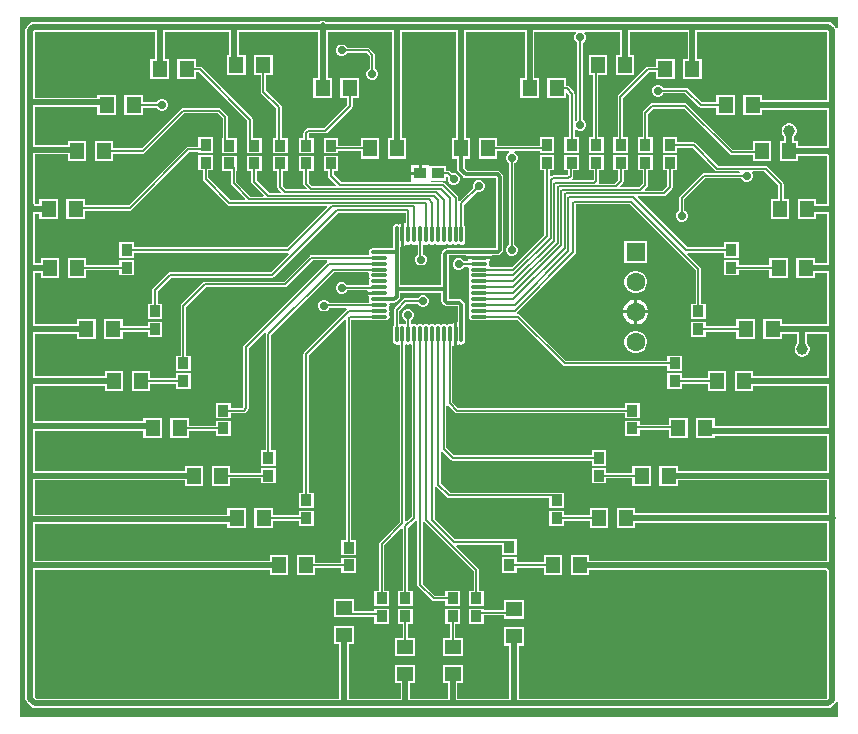
<source format=gtl>
G04*
G04 #@! TF.GenerationSoftware,Altium Limited,Altium Designer,21.9.2 (33)*
G04*
G04 Layer_Physical_Order=1*
G04 Layer_Color=255*
%FSLAX25Y25*%
%MOIN*%
G70*
G04*
G04 #@! TF.SameCoordinates,C4A799FB-7654-48D4-A5E1-033C702218DC*
G04*
G04*
G04 #@! TF.FilePolarity,Positive*
G04*
G01*
G75*
%ADD14C,0.00591*%
%ADD25R,0.05000X0.05500*%
%ADD26R,0.03740X0.03937*%
%ADD27R,0.03937X0.03740*%
%ADD28R,0.05500X0.05000*%
%ADD29O,0.05709X0.01181*%
%ADD30O,0.01181X0.05709*%
%ADD31C,0.01968*%
%ADD32C,0.01181*%
%ADD33C,0.06299*%
%ADD34R,0.06299X0.06299*%
%ADD35C,0.02756*%
%ADD36C,0.03937*%
G36*
X136190Y113014D02*
X135967Y112940D01*
X135690Y112931D01*
X135387Y113384D01*
X135387Y113384D01*
X134234Y114537D01*
X133713Y114885D01*
X133099Y115007D01*
X133099Y115007D01*
X-34311D01*
X-34819Y115346D01*
X-35433Y115468D01*
X-36048Y115346D01*
X-36555Y115007D01*
X-131863D01*
X-132477Y114885D01*
X-132998Y114537D01*
X-132998Y114537D01*
X-134151Y113384D01*
X-134499Y112863D01*
X-134621Y112248D01*
X-134621Y112248D01*
Y-4724D01*
Y-19685D01*
Y-36559D01*
X-134621Y-36559D01*
X-134621Y-36559D01*
Y-50787D01*
Y-65803D01*
X-134621Y-65803D01*
X-134621Y-65803D01*
Y-110535D01*
X-134621Y-110535D01*
X-134499Y-111150D01*
X-134151Y-111670D01*
X-132537Y-113285D01*
X-132537Y-113285D01*
X-132016Y-113633D01*
X-131401Y-113755D01*
X-131401Y-113755D01*
X28008D01*
X28008Y-113755D01*
X28008Y-113755D01*
X133099D01*
X133099Y-113755D01*
X133713Y-113633D01*
X134234Y-113285D01*
X135387Y-112132D01*
X135387Y-112132D01*
X135690Y-111679D01*
X135967Y-111688D01*
X136190Y-111762D01*
Y-116505D01*
X-136190D01*
Y116505D01*
X136190D01*
Y113014D01*
D02*
G37*
G36*
X132646Y111583D02*
Y89007D01*
X110965D01*
Y90742D01*
X104783D01*
Y84061D01*
X110965D01*
Y85796D01*
X132646D01*
Y73653D01*
X123114D01*
Y75388D01*
X121629D01*
Y76680D01*
X121650Y76692D01*
X122126Y77169D01*
X122463Y77752D01*
X122638Y78403D01*
Y79077D01*
X122463Y79728D01*
X122126Y80312D01*
X121650Y80788D01*
X121066Y81125D01*
X120416Y81299D01*
X119742D01*
X119091Y81125D01*
X118507Y80788D01*
X118031Y80312D01*
X117694Y79728D01*
X117520Y79077D01*
Y78403D01*
X117694Y77752D01*
X118031Y77169D01*
X118418Y76782D01*
Y75388D01*
X116933D01*
Y68707D01*
X123114D01*
Y70442D01*
X132444D01*
X132646Y70306D01*
Y54362D01*
X129020D01*
Y56097D01*
X122839D01*
Y49415D01*
X129020D01*
Y51150D01*
X132646D01*
Y34677D01*
X128626D01*
Y36411D01*
X122445D01*
Y29730D01*
X128626D01*
Y31465D01*
X132646D01*
Y14204D01*
X117602D01*
Y15939D01*
X111421D01*
Y9258D01*
X117602D01*
Y10993D01*
X122804D01*
Y7919D01*
X122362Y7477D01*
X122025Y6893D01*
X121850Y6242D01*
Y5569D01*
X122025Y4918D01*
X122362Y4334D01*
X122838Y3858D01*
X123422Y3521D01*
X124073Y3347D01*
X124746D01*
X125397Y3521D01*
X125981Y3858D01*
X126457Y4334D01*
X126794Y4918D01*
X126969Y5569D01*
Y6242D01*
X126794Y6893D01*
X126457Y7477D01*
X126015Y7919D01*
Y10993D01*
X132646D01*
Y-3119D01*
X108153D01*
Y-1384D01*
X101972D01*
Y-8065D01*
X108153D01*
Y-6330D01*
X132646D01*
Y-19654D01*
X95216D01*
Y-17132D01*
X89035D01*
Y-23813D01*
X95216D01*
Y-22865D01*
X132646D01*
Y-34615D01*
X82957D01*
Y-32880D01*
X76775D01*
Y-39561D01*
X82957D01*
Y-37826D01*
X132646D01*
Y-48788D01*
X68783D01*
Y-47053D01*
X62602D01*
Y-53734D01*
X68783D01*
Y-51999D01*
X132646D01*
Y-64536D01*
X53484D01*
Y-62801D01*
X47303D01*
Y-69482D01*
X53484D01*
Y-67747D01*
X132406D01*
X132646Y-67988D01*
Y-110331D01*
X132434Y-110544D01*
X29952D01*
Y-92854D01*
X31687D01*
Y-86673D01*
X25006D01*
Y-92854D01*
X26741D01*
Y-110544D01*
X9480D01*
Y-105453D01*
X11215D01*
Y-99272D01*
X4534D01*
Y-105453D01*
X6268D01*
Y-110544D01*
X-6268D01*
Y-105453D01*
X-4534D01*
Y-99272D01*
X-11215D01*
Y-105453D01*
X-9480D01*
Y-110544D01*
X-26741D01*
Y-92405D01*
X-25006D01*
Y-86224D01*
X-31687D01*
Y-92405D01*
X-29952D01*
Y-110544D01*
X-130736D01*
X-131410Y-109870D01*
Y-67747D01*
X-53035D01*
Y-69482D01*
X-46854D01*
Y-62801D01*
X-53035D01*
Y-64536D01*
X-131410D01*
Y-52393D01*
X-67209D01*
Y-53734D01*
X-61027D01*
Y-47053D01*
X-67209D01*
Y-49182D01*
X-131410D01*
Y-37826D01*
X-81382D01*
Y-39561D01*
X-75201D01*
Y-32880D01*
X-81382D01*
Y-34615D01*
X-131410D01*
Y-21291D01*
X-95216D01*
Y-23813D01*
X-89035D01*
Y-17132D01*
X-95216D01*
Y-18079D01*
X-131410D01*
Y-6330D01*
X-108153D01*
Y-8065D01*
X-101972D01*
Y-1384D01*
X-108153D01*
Y-3119D01*
X-131410D01*
Y10993D01*
X-117264D01*
Y9258D01*
X-111083D01*
Y15939D01*
X-117264D01*
Y14204D01*
X-131410D01*
Y31465D01*
X-129469D01*
Y29730D01*
X-123287D01*
Y36411D01*
X-129469D01*
Y34677D01*
X-131410D01*
Y51150D01*
X-129862D01*
Y49415D01*
X-123681D01*
Y56097D01*
X-129862D01*
Y54362D01*
X-131225D01*
X-131410Y54547D01*
Y70835D01*
X-120358D01*
Y68707D01*
X-114177D01*
Y75388D01*
X-120358D01*
Y74047D01*
X-131410D01*
Y86583D01*
X-110571D01*
Y84061D01*
X-104390D01*
Y90742D01*
X-110571D01*
Y89795D01*
X-131410D01*
Y111583D01*
X-131198Y111796D01*
X-91369D01*
Y102553D01*
X-92854D01*
Y95872D01*
X-86673D01*
Y102553D01*
X-88158D01*
Y111796D01*
X-66566D01*
Y104128D01*
X-67264D01*
Y97447D01*
X-61083D01*
Y104128D01*
X-63355D01*
Y111796D01*
X-37039D01*
Y96254D01*
X-38524D01*
Y89573D01*
X-32342D01*
Y96254D01*
X-33827D01*
Y111796D01*
X-12291D01*
Y76175D01*
X-13776D01*
Y69494D01*
X-7594D01*
Y76175D01*
X-9079D01*
Y111796D01*
X8969D01*
Y76175D01*
X7594D01*
Y69494D01*
X9481D01*
Y65693D01*
X9481Y65693D01*
X9572Y65232D01*
X9833Y64841D01*
X11353Y63322D01*
X11353Y63322D01*
X11744Y63061D01*
X12205Y62969D01*
X22418D01*
Y39590D01*
X6007D01*
X6007Y39590D01*
X5546Y39498D01*
X5155Y39237D01*
X5155Y39237D01*
X4464Y38546D01*
X4202Y38155D01*
X4111Y37694D01*
X4111Y37694D01*
Y27189D01*
X-9623D01*
Y38976D01*
Y39971D01*
X-9358Y40177D01*
Y44193D01*
Y47979D01*
X-9479Y47955D01*
X-10005Y47603D01*
X-10132Y47413D01*
X-10366Y47569D01*
X-10827Y47661D01*
X-11287Y47569D01*
X-11678Y47308D01*
X-11939Y46918D01*
X-12031Y46457D01*
Y44193D01*
Y39590D01*
X-18898D01*
X-19358Y39498D01*
X-19749Y39237D01*
X-20010Y38847D01*
X-20102Y38386D01*
X-20010Y37925D01*
X-19940Y37821D01*
X-20208Y37321D01*
X-39173D01*
X-39173Y37321D01*
X-39519Y37252D01*
X-39812Y37056D01*
X-48406Y28462D01*
X-74803D01*
X-75149Y28394D01*
X-75442Y28198D01*
X-82528Y21111D01*
X-82724Y20818D01*
X-82793Y20472D01*
Y3740D01*
X-84350D01*
Y-1378D01*
X-79429D01*
Y3740D01*
X-80986D01*
Y20098D01*
X-74429Y26656D01*
X-48031D01*
X-47686Y26725D01*
X-47393Y26920D01*
X-38799Y35514D01*
X-34168D01*
X-34040Y35306D01*
X-33980Y35014D01*
X-61662Y7332D01*
X-61858Y7039D01*
X-61927Y6693D01*
Y-13405D01*
X-62185Y-13664D01*
X-66043D01*
Y-12008D01*
X-70964D01*
Y-17126D01*
X-66043D01*
Y-15470D01*
X-61811D01*
X-61465Y-15401D01*
X-61172Y-15206D01*
X-60385Y-14418D01*
X-60189Y-14125D01*
X-60120Y-13780D01*
Y6319D01*
X-54794Y11646D01*
X-54405Y11387D01*
X-54381Y11351D01*
X-54447Y11024D01*
Y-27756D01*
X-56004D01*
Y-32874D01*
X-51083D01*
Y-27756D01*
X-52640D01*
Y10650D01*
X-31712Y31577D01*
X-20208D01*
X-19940Y31077D01*
X-20010Y30973D01*
X-20102Y30512D01*
X-20010Y30051D01*
X-19904Y29893D01*
X-19791Y29528D01*
X-19904Y29163D01*
X-20010Y29004D01*
X-20102Y28543D01*
X-20010Y28082D01*
X-19904Y27924D01*
X-19884Y27860D01*
X-20113Y27380D01*
X-27418D01*
X-27465Y27493D01*
X-28019Y28047D01*
X-28742Y28346D01*
X-29525D01*
X-30249Y28047D01*
X-30803Y27493D01*
X-31102Y26770D01*
Y25986D01*
X-30803Y25263D01*
X-30249Y24709D01*
X-29525Y24409D01*
X-28742D01*
X-28019Y24709D01*
X-27465Y25263D01*
X-27336Y25573D01*
X-20720D01*
X-20446Y25106D01*
X-16634D01*
Y24106D01*
X-20420D01*
X-20396Y23986D01*
X-20044Y23460D01*
X-19854Y23332D01*
X-20010Y23099D01*
X-20102Y22638D01*
X-20010Y22177D01*
X-19904Y22018D01*
X-19884Y21954D01*
X-20113Y21474D01*
X-33324D01*
X-33371Y21587D01*
X-33924Y22141D01*
X-34648Y22441D01*
X-35431D01*
X-36154Y22141D01*
X-36708Y21587D01*
X-37008Y20864D01*
Y20081D01*
X-36708Y19357D01*
X-36154Y18804D01*
X-35431Y18504D01*
X-34648D01*
X-33924Y18804D01*
X-33371Y19357D01*
X-33242Y19668D01*
X-27592D01*
X-27385Y19168D01*
X-41583Y4969D01*
X-41779Y4676D01*
X-41848Y4331D01*
Y-41929D01*
X-43406D01*
Y-47047D01*
X-38484D01*
Y-41929D01*
X-40042D01*
Y3957D01*
X-28137Y15861D01*
X-27675Y15670D01*
Y-57677D01*
X-29232D01*
Y-62795D01*
X-24311D01*
Y-57677D01*
X-25868D01*
Y15829D01*
X-19672D01*
X-19358Y15620D01*
X-18898Y15528D01*
X-14370D01*
X-13909Y15620D01*
X-13519Y15881D01*
X-13258Y16272D01*
X-13166Y16732D01*
X-13258Y17193D01*
X-13363Y17352D01*
X-13477Y17717D01*
X-13363Y18081D01*
X-13258Y18240D01*
X-13166Y18701D01*
X-13258Y19162D01*
X-13363Y19320D01*
X-13477Y19685D01*
X-13363Y20050D01*
X-13258Y20209D01*
X-13166Y20669D01*
X-13218Y20933D01*
X-12905Y21433D01*
X-11614D01*
X-11614Y21433D01*
X-11153Y21525D01*
X-10763Y21786D01*
X-9975Y22574D01*
X-9975Y22574D01*
X-9714Y22964D01*
X-9623Y23425D01*
X-9623Y23425D01*
Y24780D01*
X4111D01*
Y22149D01*
X4111Y22149D01*
X4202Y21688D01*
X4464Y21297D01*
X5155Y20605D01*
X5155Y20605D01*
X5546Y20344D01*
X6007Y20252D01*
X6007Y20252D01*
X9541D01*
X9623Y20171D01*
Y15147D01*
X9358Y14941D01*
Y10925D01*
Y7139D01*
X9479Y7163D01*
X10005Y7515D01*
X10132Y7705D01*
X10366Y7549D01*
X10827Y7457D01*
X11287Y7549D01*
X11678Y7810D01*
X11939Y8201D01*
X12031Y8661D01*
Y13189D01*
Y20669D01*
X12031Y20669D01*
X11939Y21130D01*
X11678Y21521D01*
X11678Y21521D01*
X10891Y22308D01*
X10500Y22569D01*
X10040Y22661D01*
X10039Y22661D01*
X6519D01*
Y25984D01*
Y37182D01*
X12412D01*
X12618Y36917D01*
X16634D01*
X20650D01*
X20855Y37182D01*
X22930D01*
X22930Y37182D01*
X23391Y37273D01*
X23782Y37534D01*
X24474Y38226D01*
X24474Y38226D01*
X24735Y38617D01*
X24826Y39078D01*
X24826Y39078D01*
Y63481D01*
X24826Y63481D01*
X24735Y63942D01*
X24474Y64333D01*
X24474Y64333D01*
X23782Y65025D01*
X23391Y65286D01*
X22930Y65377D01*
X22930Y65377D01*
X12704D01*
X11889Y66192D01*
Y69494D01*
X13776D01*
Y76175D01*
X12180D01*
Y111796D01*
X31914D01*
Y96254D01*
X30429D01*
Y89573D01*
X36610D01*
Y96254D01*
X35125D01*
Y111796D01*
X48856D01*
X49063Y111296D01*
X48725Y110958D01*
X48425Y110234D01*
Y109451D01*
X48725Y108727D01*
X49279Y108174D01*
X49490Y108086D01*
Y82465D01*
X49279Y82377D01*
X49041Y82140D01*
X48541Y82347D01*
Y91146D01*
X48472Y91492D01*
X48276Y91785D01*
X48276Y91785D01*
X46510Y93552D01*
X46217Y93748D01*
X45871Y93817D01*
X45610D01*
Y96254D01*
X39429D01*
Y89573D01*
X45610D01*
Y91243D01*
X46072Y91435D01*
X46735Y90772D01*
Y76547D01*
X45099D01*
Y71429D01*
X50020D01*
Y76547D01*
X48541D01*
Y79070D01*
X49041Y79277D01*
X49279Y79040D01*
X50002Y78740D01*
X50785D01*
X51509Y79040D01*
X52062Y79594D01*
X52362Y80317D01*
Y81100D01*
X52062Y81824D01*
X51509Y82377D01*
X51297Y82465D01*
Y108086D01*
X51509Y108174D01*
X52062Y108727D01*
X52362Y109451D01*
Y110234D01*
X52062Y110958D01*
X51724Y111296D01*
X51931Y111796D01*
X63749D01*
Y104128D01*
X62264D01*
Y97447D01*
X68445D01*
Y104128D01*
X66960D01*
Y111796D01*
X86190D01*
Y102553D01*
X84705D01*
Y95872D01*
X90886D01*
Y102553D01*
X89401D01*
Y111796D01*
X132434D01*
X132646Y111583D01*
D02*
G37*
%LPC*%
G36*
X81886Y102553D02*
X75705D01*
Y100116D01*
X72835D01*
X72835Y100116D01*
X72489Y100047D01*
X72196Y99851D01*
X72196Y99851D01*
X63141Y90796D01*
X62945Y90503D01*
X62876Y90158D01*
Y76547D01*
X61476D01*
Y71429D01*
X66398D01*
Y76547D01*
X64683D01*
Y89783D01*
X73209Y98309D01*
X75705D01*
Y95872D01*
X81886D01*
Y102553D01*
D02*
G37*
G36*
X-28742Y107480D02*
X-29525D01*
X-30249Y107181D01*
X-30803Y106627D01*
X-31102Y105903D01*
Y105120D01*
X-30803Y104397D01*
X-30249Y103843D01*
X-29525Y103543D01*
X-28742D01*
X-28019Y103843D01*
X-27465Y104397D01*
X-27377Y104609D01*
X-20846D01*
X-19801Y103563D01*
Y99394D01*
X-20013Y99307D01*
X-20567Y98753D01*
X-20866Y98029D01*
Y97246D01*
X-20567Y96523D01*
X-20013Y95969D01*
X-19289Y95669D01*
X-18506D01*
X-17783Y95969D01*
X-17229Y96523D01*
X-16929Y97246D01*
Y98029D01*
X-17229Y98753D01*
X-17783Y99307D01*
X-17995Y99394D01*
Y103937D01*
X-18063Y104283D01*
X-18259Y104576D01*
X-19834Y106150D01*
X-20127Y106346D01*
X-20472Y106415D01*
X-27377D01*
X-27465Y106627D01*
X-28019Y107181D01*
X-28742Y107480D01*
D02*
G37*
G36*
X-95390Y90742D02*
X-101571D01*
Y84061D01*
X-95390D01*
Y86498D01*
X-90733D01*
X-90645Y86286D01*
X-90091Y85733D01*
X-89368Y85433D01*
X-88585D01*
X-87861Y85733D01*
X-87308Y86286D01*
X-87008Y87010D01*
Y87793D01*
X-87308Y88517D01*
X-87861Y89070D01*
X-88585Y89370D01*
X-89368D01*
X-90091Y89070D01*
X-90645Y88517D01*
X-90733Y88305D01*
X-95390D01*
Y90742D01*
D02*
G37*
G36*
X76770Y94095D02*
X75986D01*
X75263Y93795D01*
X74709Y93241D01*
X74410Y92518D01*
Y91734D01*
X74709Y91011D01*
X75263Y90457D01*
X75986Y90158D01*
X76770D01*
X77493Y90457D01*
X78047Y91011D01*
X78135Y91223D01*
X85453D01*
X89912Y86763D01*
X89912Y86763D01*
X90206Y86567D01*
X90551Y86498D01*
X95784D01*
Y84061D01*
X101965D01*
Y90742D01*
X95784D01*
Y88305D01*
X90925D01*
X86465Y92765D01*
X86172Y92960D01*
X85827Y93029D01*
X78135D01*
X78047Y93241D01*
X77493Y93795D01*
X76770Y94095D01*
D02*
G37*
G36*
X41831Y76547D02*
X36909D01*
Y73738D01*
X22776D01*
Y76175D01*
X16594D01*
Y69494D01*
X22776D01*
Y71931D01*
X26532D01*
X26631Y71431D01*
X26444Y71354D01*
X25890Y70800D01*
X25591Y70077D01*
Y69293D01*
X25890Y68570D01*
X26444Y68016D01*
X26656Y67928D01*
Y40733D01*
X26444Y40645D01*
X25890Y40091D01*
X25591Y39368D01*
Y38585D01*
X25890Y37861D01*
X26444Y37308D01*
X27167Y37008D01*
X27951D01*
X28674Y37308D01*
X29228Y37861D01*
X29528Y38585D01*
Y39368D01*
X29228Y40091D01*
X28674Y40645D01*
X28462Y40733D01*
Y67928D01*
X28674Y68016D01*
X29228Y68570D01*
X29528Y69293D01*
Y70077D01*
X29228Y70800D01*
X28674Y71354D01*
X28487Y71431D01*
X28586Y71931D01*
X36909D01*
Y71429D01*
X41831D01*
Y76547D01*
D02*
G37*
G36*
X-71949D02*
X-76870D01*
Y73422D01*
X-80237D01*
X-80237Y73422D01*
X-80582Y73353D01*
X-80875Y73158D01*
X-100124Y53909D01*
X-114681D01*
Y56097D01*
X-120862D01*
Y49415D01*
X-114681D01*
Y52103D01*
X-99750D01*
X-99404Y52171D01*
X-99111Y52367D01*
X-79863Y71616D01*
X-76870D01*
Y71429D01*
X-71949D01*
Y76547D01*
D02*
G37*
G36*
X59445Y104128D02*
X53264D01*
Y97447D01*
X54609D01*
Y76575D01*
X53288D01*
Y71457D01*
X58209D01*
Y76575D01*
X56415D01*
Y97447D01*
X59445D01*
Y104128D01*
D02*
G37*
G36*
X-23343Y96254D02*
X-29524D01*
Y89573D01*
X-27281D01*
Y87382D01*
X-35020Y79643D01*
X-40359D01*
X-40705Y79575D01*
X-40998Y79379D01*
X-41583Y78793D01*
X-41779Y78500D01*
X-41848Y78154D01*
Y76378D01*
X-43405D01*
Y71260D01*
X-38484D01*
Y76378D01*
X-40042D01*
Y77780D01*
X-39985Y77837D01*
X-34646D01*
X-34300Y77906D01*
X-34007Y78101D01*
X-25739Y86369D01*
X-25739Y86369D01*
X-25543Y86662D01*
X-25475Y87008D01*
Y89573D01*
X-23343D01*
Y96254D01*
D02*
G37*
G36*
X-52083Y104128D02*
X-58264D01*
Y97447D01*
X-56077D01*
Y91787D01*
X-56008Y91442D01*
X-55812Y91149D01*
X-50903Y86240D01*
Y76378D01*
X-52067D01*
Y71260D01*
X-47146D01*
Y76378D01*
X-49097D01*
Y86614D01*
X-49166Y86960D01*
X-49361Y87253D01*
X-54270Y92162D01*
Y97447D01*
X-52083D01*
Y104128D01*
D02*
G37*
G36*
X-77673Y102553D02*
X-83854D01*
Y95872D01*
X-77673D01*
Y98309D01*
X-76752D01*
X-60541Y82098D01*
Y76378D01*
X-60728D01*
Y71260D01*
X-55807D01*
Y76378D01*
X-58735D01*
Y82472D01*
X-58803Y82818D01*
X-58999Y83111D01*
X-75739Y99851D01*
X-76032Y100047D01*
X-76378Y100116D01*
X-77673D01*
Y102553D01*
D02*
G37*
G36*
X-70079Y86336D02*
X-81890D01*
X-82235Y86268D01*
X-82528Y86072D01*
X-95650Y72951D01*
X-105177D01*
Y75388D01*
X-111358D01*
Y68707D01*
X-105177D01*
Y71144D01*
X-95275D01*
X-94930Y71213D01*
X-94637Y71409D01*
X-81516Y84530D01*
X-70453D01*
X-68809Y82886D01*
Y76378D01*
X-68996D01*
Y71260D01*
X-64075D01*
Y76378D01*
X-67002D01*
Y83260D01*
X-67071Y83605D01*
X-67267Y83899D01*
X-69440Y86072D01*
X-69733Y86268D01*
X-70079Y86336D01*
D02*
G37*
G36*
X-30217Y76378D02*
X-35138D01*
Y71260D01*
X-30217D01*
Y71931D01*
X-22776D01*
Y69494D01*
X-16595D01*
Y76175D01*
X-22776D01*
Y73738D01*
X-30217D01*
Y76378D01*
D02*
G37*
G36*
X74410Y87911D02*
X74064Y87842D01*
X73771Y87647D01*
X71487Y85363D01*
X71292Y85070D01*
X71223Y84724D01*
Y76547D01*
X69665D01*
Y71429D01*
X74586D01*
Y76547D01*
X73029D01*
Y84350D01*
X74784Y86105D01*
X85059D01*
X100261Y70903D01*
X100554Y70707D01*
X100900Y70638D01*
X100900Y70638D01*
X107933D01*
Y68707D01*
X114114D01*
Y75388D01*
X107933D01*
Y72445D01*
X101274D01*
X86072Y87647D01*
X85779Y87842D01*
X85433Y87911D01*
X74410D01*
X74410Y87911D01*
D02*
G37*
G36*
X-3453Y67437D02*
X-5921D01*
Y65067D01*
X-3453D01*
Y67437D01*
D02*
G37*
G36*
X58209Y70669D02*
X53288D01*
Y65551D01*
X54845D01*
Y62421D01*
X54744Y62321D01*
X47769D01*
X47562Y62821D01*
X47883Y63141D01*
X48079Y63434D01*
X48147Y63779D01*
Y65523D01*
X50020D01*
Y70641D01*
X45099D01*
Y65523D01*
X46341D01*
Y64154D01*
X46083Y63895D01*
X41339D01*
X40993Y63827D01*
X40773Y63680D01*
X40273Y63824D01*
Y65523D01*
X41831D01*
Y70641D01*
X36909D01*
Y65523D01*
X38467D01*
Y44075D01*
X27775Y33384D01*
X20208D01*
X19940Y33884D01*
X20010Y33988D01*
X20102Y34449D01*
X20010Y34910D01*
X19854Y35143D01*
X20044Y35271D01*
X20396Y35797D01*
X20420Y35917D01*
X16634D01*
X12848D01*
X12872Y35797D01*
X12901Y35754D01*
X12633Y35254D01*
X11558D01*
X11511Y35367D01*
X10958Y35921D01*
X10234Y36220D01*
X9451D01*
X8727Y35921D01*
X8174Y35367D01*
X7874Y34644D01*
Y33860D01*
X8174Y33137D01*
X8727Y32583D01*
X9451Y32283D01*
X10234D01*
X10958Y32583D01*
X11511Y33137D01*
X11640Y33447D01*
X12994D01*
X13262Y32947D01*
X13258Y32941D01*
X13166Y32480D01*
X13258Y32019D01*
X13363Y31861D01*
X13477Y31496D01*
X13363Y31131D01*
X13258Y30973D01*
X13166Y30512D01*
X13258Y30051D01*
X13363Y29893D01*
X13477Y29528D01*
X13363Y29163D01*
X13258Y29004D01*
X13166Y28543D01*
X13258Y28082D01*
X13363Y27924D01*
X13477Y27559D01*
X13363Y27194D01*
X13258Y27036D01*
X13166Y26575D01*
X13258Y26114D01*
X13363Y25956D01*
X13477Y25591D01*
X13363Y25226D01*
X13258Y25067D01*
X13166Y24606D01*
X13258Y24146D01*
X13363Y23987D01*
X13477Y23622D01*
X13363Y23257D01*
X13258Y23099D01*
X13166Y22638D01*
X13258Y22177D01*
X13363Y22018D01*
X13477Y21654D01*
X13363Y21289D01*
X13258Y21130D01*
X13166Y20669D01*
X13258Y20209D01*
X13363Y20050D01*
X13477Y19685D01*
X13363Y19320D01*
X13258Y19162D01*
X13166Y18701D01*
X13258Y18240D01*
X13363Y18081D01*
X13477Y17717D01*
X13363Y17352D01*
X13258Y17193D01*
X13166Y16732D01*
X13258Y16272D01*
X13519Y15881D01*
X13909Y15620D01*
X14370Y15528D01*
X18898D01*
X19358Y15620D01*
X19672Y15829D01*
X29350D01*
X44637Y543D01*
X44930Y347D01*
X45276Y278D01*
X79429D01*
Y-1378D01*
X84350D01*
Y3740D01*
X79429D01*
Y2084D01*
X45650D01*
X30363Y17371D01*
X30070Y17567D01*
X29724Y17636D01*
X29443D01*
X29316Y17843D01*
X29255Y18135D01*
X48670Y37550D01*
X48670Y37550D01*
X48866Y37843D01*
X48935Y38189D01*
X48935Y38189D01*
Y54215D01*
X66949D01*
X88860Y32303D01*
Y21063D01*
X87303D01*
Y15945D01*
X92224D01*
Y21063D01*
X90667D01*
Y32677D01*
X90598Y33023D01*
X90402Y33316D01*
X86145Y37573D01*
X86352Y38073D01*
X98327D01*
Y36417D01*
X103248D01*
Y41535D01*
X98327D01*
Y39880D01*
X86201D01*
X69572Y56509D01*
X69763Y56971D01*
X78347D01*
X78692Y57040D01*
X78985Y57235D01*
X80954Y59204D01*
X81149Y59497D01*
X81218Y59842D01*
Y65523D01*
X82775D01*
Y70641D01*
X77854D01*
Y65523D01*
X79412D01*
Y60217D01*
X77972Y58777D01*
X72125D01*
X71934Y59239D01*
X72764Y60070D01*
X72764Y60070D01*
X72960Y60363D01*
X73029Y60709D01*
X73029Y60709D01*
Y65523D01*
X74586D01*
Y70641D01*
X69665D01*
Y65523D01*
X71223D01*
Y61083D01*
X70098Y59958D01*
X63857D01*
X63666Y60420D01*
X64575Y61330D01*
X64771Y61623D01*
X64840Y61968D01*
Y65523D01*
X66398D01*
Y70641D01*
X61476D01*
Y65523D01*
X63034D01*
Y62343D01*
X61831Y61139D01*
X56808D01*
X56541Y61639D01*
X56582Y61702D01*
X56651Y62047D01*
Y65551D01*
X58209D01*
Y70669D01*
D02*
G37*
G36*
X-71949Y70641D02*
X-76870D01*
Y65523D01*
X-75313D01*
Y62598D01*
X-75244Y62253D01*
X-75048Y61960D01*
X-67174Y54086D01*
X-67174Y54086D01*
X-66881Y53890D01*
X-66535Y53821D01*
X-66535Y53821D01*
X-33936D01*
X-33745Y53359D01*
X-47225Y39880D01*
X-98327D01*
Y41535D01*
X-103248D01*
Y36417D01*
X-98327D01*
Y38073D01*
X-46982D01*
X-46792Y37748D01*
X-46763Y37585D01*
X-52736Y31612D01*
X-86221D01*
X-86566Y31543D01*
X-86859Y31347D01*
X-91977Y26229D01*
X-92173Y25936D01*
X-92242Y25591D01*
Y21063D01*
X-93799D01*
Y15945D01*
X-88878D01*
Y21063D01*
X-90435D01*
Y25216D01*
X-85846Y29805D01*
X-52362D01*
X-52017Y29874D01*
X-51724Y30070D01*
X-30335Y51459D01*
X-7793D01*
Y48188D01*
X-8139Y48003D01*
X-8293Y47966D01*
X-8358Y47979D01*
Y44193D01*
Y40407D01*
X-8238Y40431D01*
X-7712Y40782D01*
X-7584Y40973D01*
X-7350Y40817D01*
X-6890Y40725D01*
X-6429Y40817D01*
X-6271Y40922D01*
X-5906Y41036D01*
X-5540Y40922D01*
X-5382Y40817D01*
X-4921Y40725D01*
X-4461Y40817D01*
X-4258Y40952D01*
X-3757Y40714D01*
Y37543D01*
X-3871Y37496D01*
X-4425Y36942D01*
X-4724Y36218D01*
Y35435D01*
X-4425Y34712D01*
X-3871Y34158D01*
X-3148Y33858D01*
X-2364D01*
X-1641Y34158D01*
X-1087Y34712D01*
X-787Y35435D01*
Y36218D01*
X-1087Y36942D01*
X-1641Y37496D01*
X-1951Y37624D01*
Y40553D01*
X-1451Y40821D01*
X-1445Y40817D01*
X-984Y40725D01*
X-524Y40817D01*
X-365Y40922D01*
X0Y41036D01*
X365Y40922D01*
X524Y40817D01*
X984Y40725D01*
X1445Y40817D01*
X1603Y40922D01*
X1969Y41036D01*
X2334Y40922D01*
X2492Y40817D01*
X2953Y40725D01*
X3413Y40817D01*
X3804Y41078D01*
X4070D01*
X4461Y40817D01*
X4921Y40725D01*
X5382Y40817D01*
X5540Y40922D01*
X5906Y41036D01*
X6271Y40922D01*
X6429Y40817D01*
X6890Y40725D01*
X7350Y40817D01*
X7509Y40922D01*
X7874Y41036D01*
X8239Y40922D01*
X8398Y40817D01*
X8858Y40725D01*
X9319Y40817D01*
X9477Y40922D01*
X9843Y41036D01*
X10208Y40922D01*
X10366Y40817D01*
X10827Y40725D01*
X11287Y40817D01*
X11678Y41078D01*
X11939Y41468D01*
X12031Y41929D01*
Y46457D01*
X11939Y46918D01*
X11730Y47231D01*
Y54153D01*
X15932Y58355D01*
X16144Y58268D01*
X16927D01*
X17650Y58567D01*
X18204Y59121D01*
X18504Y59845D01*
Y60628D01*
X18204Y61351D01*
X17650Y61905D01*
X16927Y62205D01*
X16144D01*
X15420Y61905D01*
X14867Y61351D01*
X14567Y60628D01*
Y59845D01*
X14655Y59633D01*
X10261Y55239D01*
X9969Y55300D01*
X9762Y55428D01*
Y56496D01*
X9693Y56842D01*
X9497Y57135D01*
X5363Y61269D01*
X5070Y61464D01*
X4724Y61533D01*
X472D01*
X444Y61563D01*
X439Y61606D01*
X446Y61651D01*
X881Y62106D01*
X5512D01*
Y63455D01*
X6012Y63577D01*
X6387Y63202D01*
X6299Y62990D01*
Y62207D01*
X6599Y61483D01*
X7153Y60930D01*
X7876Y60630D01*
X8659D01*
X9383Y60930D01*
X9937Y61483D01*
X10236Y62207D01*
Y62990D01*
X9937Y63714D01*
X9383Y64267D01*
X8659Y64567D01*
X7876D01*
X7664Y64479D01*
X6938Y65206D01*
X6645Y65401D01*
X6299Y65470D01*
X5512D01*
Y67027D01*
X516D01*
X394Y67027D01*
X16Y67322D01*
Y67437D01*
X-2453D01*
Y64567D01*
X-2953D01*
Y64067D01*
X-5921D01*
Y62033D01*
X-5921Y61697D01*
X-6353Y61533D01*
X-29153D01*
X-31774Y64154D01*
Y65354D01*
X-30217D01*
Y70473D01*
X-35138D01*
Y65354D01*
X-33580D01*
Y63779D01*
X-33512Y63434D01*
X-33316Y63141D01*
X-30989Y60814D01*
X-31180Y60352D01*
X-38996D01*
X-40042Y61398D01*
Y65354D01*
X-38484D01*
Y70473D01*
X-43405D01*
Y65354D01*
X-41848D01*
Y61024D01*
X-41779Y60678D01*
X-41583Y60385D01*
X-40831Y59633D01*
X-41023Y59171D01*
X-47657D01*
X-48703Y60217D01*
Y65354D01*
X-47146D01*
Y70473D01*
X-52067D01*
Y65354D01*
X-50510D01*
Y59842D01*
X-50441Y59497D01*
X-50245Y59204D01*
X-49493Y58452D01*
X-49684Y57990D01*
X-53169D01*
X-57364Y62185D01*
Y65354D01*
X-55807D01*
Y70473D01*
X-60728D01*
Y65354D01*
X-59171D01*
Y61811D01*
X-59102Y61465D01*
X-58906Y61172D01*
X-55005Y57271D01*
X-55196Y56809D01*
X-59468D01*
X-64254Y61595D01*
Y65354D01*
X-64075D01*
Y70473D01*
X-68996D01*
Y65354D01*
X-66061D01*
Y61221D01*
X-65992Y60875D01*
X-65796Y60582D01*
X-61304Y56090D01*
X-61495Y55628D01*
X-66161D01*
X-73506Y62972D01*
Y65523D01*
X-71949D01*
Y70641D01*
D02*
G37*
G36*
X82775Y76547D02*
X77854D01*
Y71429D01*
X82775D01*
Y73084D01*
X87843D01*
X95424Y65503D01*
X95717Y65307D01*
X96063Y65239D01*
X103400D01*
X103678Y64739D01*
X103643Y64683D01*
X91732D01*
X91387Y64614D01*
X91094Y64418D01*
X83613Y56938D01*
X83418Y56645D01*
X83349Y56299D01*
Y52150D01*
X83137Y52062D01*
X82583Y51509D01*
X82284Y50785D01*
Y50002D01*
X82583Y49279D01*
X83137Y48725D01*
X83860Y48425D01*
X84644D01*
X85367Y48725D01*
X85921Y49279D01*
X86221Y50002D01*
Y50785D01*
X85921Y51509D01*
X85367Y52062D01*
X85155Y52150D01*
Y55925D01*
X92106Y62876D01*
X104149D01*
X104237Y62665D01*
X104790Y62111D01*
X105514Y61811D01*
X106297D01*
X107021Y62111D01*
X107574Y62665D01*
X107874Y63388D01*
Y64171D01*
X107639Y64739D01*
X107884Y65239D01*
X111831D01*
X116420Y60650D01*
Y56097D01*
X113839D01*
Y49415D01*
X120020D01*
Y56097D01*
X118226D01*
Y61024D01*
X118157Y61369D01*
X117962Y61662D01*
X112843Y66780D01*
X112550Y66976D01*
X112205Y67045D01*
X96437D01*
X88856Y74626D01*
X88563Y74822D01*
X88217Y74891D01*
X82775D01*
Y76547D01*
D02*
G37*
G36*
X72638Y42087D02*
X65158D01*
Y34606D01*
X72638D01*
Y42087D01*
D02*
G37*
G36*
X119626Y36411D02*
X113445D01*
Y33974D01*
X103248D01*
Y35630D01*
X98327D01*
Y30512D01*
X103248D01*
Y32168D01*
X113445D01*
Y29730D01*
X119626D01*
Y36411D01*
D02*
G37*
G36*
X-114287D02*
X-120468D01*
Y29730D01*
X-114287D01*
Y32168D01*
X-103248D01*
Y30512D01*
X-98327D01*
Y35630D01*
X-103248D01*
Y33974D01*
X-114287D01*
Y36411D01*
D02*
G37*
G36*
X69390Y32087D02*
X68405D01*
X67454Y31832D01*
X66601Y31339D01*
X65905Y30643D01*
X65412Y29790D01*
X65158Y28839D01*
Y27854D01*
X65412Y26903D01*
X65905Y26050D01*
X66601Y25354D01*
X67454Y24861D01*
X68405Y24606D01*
X69390D01*
X70341Y24861D01*
X71194Y25354D01*
X71890Y26050D01*
X72383Y26903D01*
X72638Y27854D01*
Y28839D01*
X72383Y29790D01*
X71890Y30643D01*
X71194Y31339D01*
X70341Y31832D01*
X69390Y32087D01*
D02*
G37*
G36*
X-1577Y24016D02*
X-2360D01*
X-3084Y23716D01*
X-3637Y23162D01*
X-3725Y22950D01*
X-7874D01*
X-8220Y22882D01*
X-8513Y22686D01*
X-11465Y19733D01*
X-11661Y19440D01*
X-11730Y19095D01*
Y13963D01*
X-11939Y13650D01*
X-12031Y13189D01*
Y8661D01*
X-11939Y8201D01*
X-11678Y7810D01*
X-11287Y7549D01*
X-10827Y7457D01*
X-10366Y7549D01*
X-10261Y7619D01*
X-9762Y7351D01*
Y-51791D01*
X-16387Y-58416D01*
X-16582Y-58710D01*
X-16651Y-59055D01*
Y-74606D01*
X-18209D01*
Y-79724D01*
X-13287D01*
Y-74606D01*
X-14845D01*
Y-59429D01*
X-9239Y-53824D01*
X-8777Y-54015D01*
Y-74606D01*
X-10335D01*
Y-79724D01*
X-5413D01*
Y-74606D01*
X-6971D01*
Y-53524D01*
X-4356Y-50909D01*
X-4064Y-50969D01*
X-3856Y-51097D01*
Y-72638D01*
X-3787Y-72983D01*
X-3591Y-73277D01*
X936Y-77804D01*
X1229Y-78000D01*
X1575Y-78069D01*
X5413D01*
Y-79724D01*
X10335D01*
Y-74606D01*
X5413D01*
Y-76262D01*
X1949D01*
X-2049Y-72264D01*
Y-51884D01*
X-1842Y-51757D01*
X-1550Y-51696D01*
X14845Y-68091D01*
Y-74606D01*
X13287D01*
Y-79724D01*
X18209D01*
Y-74606D01*
X16651D01*
Y-67717D01*
X16651Y-67717D01*
X16582Y-67371D01*
X16387Y-67078D01*
X9053Y-59745D01*
X9245Y-59283D01*
X24311D01*
Y-62598D01*
X29232D01*
Y-57480D01*
X25216D01*
X25197Y-57476D01*
X8754D01*
X1887Y-50610D01*
Y-40073D01*
X2095Y-39946D01*
X2387Y-39885D01*
X5956Y-43453D01*
X6249Y-43649D01*
X6594Y-43718D01*
X6594Y-43718D01*
X40059D01*
Y-47047D01*
X44980D01*
Y-41929D01*
X41032D01*
X40945Y-41912D01*
X6968D01*
X3856Y-38799D01*
Y-28262D01*
X4064Y-28134D01*
X4356Y-28074D01*
X7235Y-30954D01*
X7528Y-31149D01*
X7874Y-31218D01*
X54232D01*
Y-32874D01*
X59153D01*
Y-27756D01*
X54232D01*
Y-29412D01*
X8248D01*
X5824Y-26988D01*
Y-12908D01*
X6032Y-12780D01*
X6324Y-12720D01*
X8810Y-15205D01*
X8810Y-15205D01*
X9103Y-15401D01*
X9449Y-15470D01*
X9449Y-15470D01*
X65256D01*
Y-17126D01*
X70177D01*
Y-12008D01*
X65256D01*
Y-13664D01*
X9823D01*
X7793Y-11634D01*
Y6930D01*
X8139Y7115D01*
X8293Y7152D01*
X8358Y7139D01*
Y10925D01*
Y14711D01*
X8238Y14687D01*
X7712Y14336D01*
X7584Y14145D01*
X7350Y14301D01*
X6890Y14393D01*
X6429Y14301D01*
X6271Y14196D01*
X5906Y14082D01*
X5540Y14196D01*
X5382Y14301D01*
X4921Y14393D01*
X4461Y14301D01*
X4302Y14196D01*
X3937Y14082D01*
X3572Y14196D01*
X3413Y14301D01*
X2953Y14393D01*
X2492Y14301D01*
X2334Y14196D01*
X1969Y14082D01*
X1603Y14196D01*
X1445Y14301D01*
X984Y14393D01*
X524Y14301D01*
X365Y14196D01*
X0Y14082D01*
X-365Y14196D01*
X-524Y14301D01*
X-984Y14393D01*
X-1445Y14301D01*
X-1603Y14196D01*
X-1969Y14082D01*
X-2334Y14196D01*
X-2492Y14301D01*
X-2953Y14393D01*
X-3413Y14301D01*
X-3572Y14196D01*
X-3937Y14082D01*
X-4302Y14196D01*
X-4461Y14301D01*
X-4921Y14393D01*
X-5382Y14301D01*
X-5486Y14232D01*
X-5987Y14499D01*
Y15648D01*
X-5971Y15654D01*
X-5418Y16208D01*
X-5118Y16931D01*
Y17714D01*
X-5418Y18438D01*
X-5971Y18992D01*
X-6695Y19291D01*
X-7478D01*
X-8202Y18992D01*
X-8755Y18438D01*
X-9055Y17714D01*
Y16931D01*
X-8755Y16208D01*
X-8202Y15654D01*
X-7793Y15485D01*
Y14499D01*
X-8293Y14232D01*
X-8398Y14301D01*
X-8858Y14393D01*
X-9319Y14301D01*
X-9424Y14232D01*
X-9923Y14499D01*
Y18720D01*
X-7500Y21144D01*
X-3725D01*
X-3637Y20932D01*
X-3084Y20378D01*
X-2360Y20079D01*
X-1577D01*
X-853Y20378D01*
X-300Y20932D01*
X0Y21656D01*
Y22439D01*
X-300Y23162D01*
X-853Y23716D01*
X-1577Y24016D01*
D02*
G37*
G36*
X69444Y22496D02*
X69398D01*
Y18846D01*
X73047D01*
Y18893D01*
X72764Y19948D01*
X72218Y20894D01*
X71446Y21667D01*
X70499Y22213D01*
X69444Y22496D01*
D02*
G37*
G36*
X68398D02*
X68351D01*
X67296Y22213D01*
X66350Y21667D01*
X65577Y20894D01*
X65031Y19948D01*
X64748Y18893D01*
Y18846D01*
X68398D01*
Y22496D01*
D02*
G37*
G36*
X73047Y17846D02*
X69398D01*
Y14197D01*
X69444D01*
X70499Y14480D01*
X71446Y15026D01*
X72218Y15799D01*
X72764Y16745D01*
X73047Y17800D01*
Y17846D01*
D02*
G37*
G36*
X68398D02*
X64748D01*
Y17800D01*
X65031Y16745D01*
X65577Y15799D01*
X66350Y15026D01*
X67296Y14480D01*
X68351Y14197D01*
X68398D01*
Y17846D01*
D02*
G37*
G36*
X108602Y15939D02*
X102421D01*
Y13502D01*
X92224D01*
Y15158D01*
X87303D01*
Y10040D01*
X92224D01*
Y11695D01*
X102421D01*
Y9258D01*
X108602D01*
Y15939D01*
D02*
G37*
G36*
X-102083D02*
X-108264D01*
Y9258D01*
X-102083D01*
Y11695D01*
X-93799D01*
Y10040D01*
X-88878D01*
Y15158D01*
X-93799D01*
Y13502D01*
X-102083D01*
Y15939D01*
D02*
G37*
G36*
X69390Y12087D02*
X68405D01*
X67454Y11832D01*
X66601Y11339D01*
X65905Y10643D01*
X65412Y9790D01*
X65158Y8839D01*
Y7854D01*
X65412Y6903D01*
X65905Y6050D01*
X66601Y5354D01*
X67454Y4861D01*
X68405Y4606D01*
X69390D01*
X70341Y4861D01*
X71194Y5354D01*
X71890Y6050D01*
X72383Y6903D01*
X72638Y7854D01*
Y8839D01*
X72383Y9790D01*
X71890Y10643D01*
X71194Y11339D01*
X70341Y11832D01*
X69390Y12087D01*
D02*
G37*
G36*
X99153Y-1384D02*
X92972D01*
Y-3821D01*
X84350D01*
Y-2165D01*
X79429D01*
Y-7283D01*
X84350D01*
Y-5628D01*
X92972D01*
Y-8065D01*
X99153D01*
Y-1384D01*
D02*
G37*
G36*
X-92972D02*
X-99153D01*
Y-8065D01*
X-92972D01*
Y-5628D01*
X-84350D01*
Y-7283D01*
X-79429D01*
Y-2165D01*
X-84350D01*
Y-3821D01*
X-92972D01*
Y-1384D01*
D02*
G37*
G36*
X86216Y-17132D02*
X80035D01*
Y-19176D01*
X70177D01*
Y-17913D01*
X65256D01*
Y-23031D01*
X70177D01*
Y-20982D01*
X80035D01*
Y-23813D01*
X86216D01*
Y-17132D01*
D02*
G37*
G36*
X-80035D02*
X-86216D01*
Y-23813D01*
X-80035D01*
Y-21376D01*
X-70964D01*
Y-23031D01*
X-66043D01*
Y-17913D01*
X-70964D01*
Y-19569D01*
X-80035D01*
Y-17132D01*
D02*
G37*
G36*
X73957Y-32880D02*
X67775D01*
Y-35317D01*
X59153D01*
Y-33661D01*
X54232D01*
Y-38780D01*
X59153D01*
Y-37124D01*
X67775D01*
Y-39561D01*
X73957D01*
Y-32880D01*
D02*
G37*
G36*
X-66201D02*
X-72382D01*
Y-39561D01*
X-66201D01*
Y-37124D01*
X-56004D01*
Y-38780D01*
X-51083D01*
Y-33661D01*
X-56004D01*
Y-35317D01*
X-66201D01*
Y-32880D01*
D02*
G37*
G36*
X59784Y-47053D02*
X53602D01*
Y-49490D01*
X44980D01*
Y-47835D01*
X40059D01*
Y-52953D01*
X44980D01*
Y-51297D01*
X53602D01*
Y-53734D01*
X59784D01*
Y-47053D01*
D02*
G37*
G36*
X-52027D02*
X-58209D01*
Y-53734D01*
X-52027D01*
Y-51297D01*
X-43406D01*
Y-52953D01*
X-38484D01*
Y-47835D01*
X-43406D01*
Y-49490D01*
X-52027D01*
Y-47053D01*
D02*
G37*
G36*
X44484Y-62801D02*
X38303D01*
Y-65042D01*
X29232D01*
Y-63386D01*
X24311D01*
Y-68504D01*
X29232D01*
Y-66848D01*
X38303D01*
Y-69482D01*
X44484D01*
Y-62801D01*
D02*
G37*
G36*
X-37854D02*
X-44035D01*
Y-69482D01*
X-37854D01*
Y-67045D01*
X-29232D01*
Y-68701D01*
X-24311D01*
Y-63583D01*
X-29232D01*
Y-65239D01*
X-37854D01*
Y-62801D01*
D02*
G37*
G36*
X31687Y-77673D02*
X25006D01*
Y-80987D01*
X18209D01*
Y-80512D01*
X13287D01*
Y-85630D01*
X18209D01*
Y-82793D01*
X25006D01*
Y-83854D01*
X31687D01*
Y-77673D01*
D02*
G37*
G36*
X-25006Y-77224D02*
X-31687D01*
Y-83405D01*
X-25006D01*
Y-83226D01*
X-18209D01*
Y-85630D01*
X-13287D01*
Y-80512D01*
X-18209D01*
Y-81420D01*
X-25006D01*
Y-77224D01*
D02*
G37*
G36*
X10335Y-80512D02*
X5413D01*
Y-85630D01*
X6971D01*
Y-90272D01*
X4534D01*
Y-96453D01*
X11215D01*
Y-90272D01*
X8777D01*
Y-85630D01*
X10335D01*
Y-80512D01*
D02*
G37*
G36*
X-5413D02*
X-10335D01*
Y-85630D01*
X-8777D01*
Y-90272D01*
X-11215D01*
Y-96453D01*
X-4534D01*
Y-90272D01*
X-6971D01*
Y-85630D01*
X-5413D01*
Y-80512D01*
D02*
G37*
%LPD*%
G36*
X-7350Y7549D02*
X-6890Y7457D01*
X-6429Y7549D01*
X-6324Y7619D01*
X-5824Y7351D01*
Y-49823D01*
X-7493Y-51491D01*
X-7955Y-51300D01*
Y7351D01*
X-7455Y7619D01*
X-7350Y7549D01*
D02*
G37*
D14*
X-2854Y35925D02*
Y44094D01*
Y35925D02*
X-2756Y35827D01*
X-2953Y44193D02*
X-2854Y44094D01*
X63779Y90158D02*
X72835Y99212D01*
X78795D01*
X47638Y73228D02*
Y91146D01*
X45871Y92913D02*
X47638Y91146D01*
X-55173Y91787D02*
X-50000Y86614D01*
Y74016D02*
Y86614D01*
X-55173Y91787D02*
Y100787D01*
X-80764Y99212D02*
X-76378D01*
X-59638Y82472D01*
X-117522Y53006D02*
X-99750D01*
X-80237Y72519D01*
X-117772Y52756D02*
X-117522Y53006D01*
X-86221Y30709D02*
X-52362D01*
X-91338Y25591D02*
X-86221Y30709D01*
X-91338Y18504D02*
Y25591D01*
X-26575Y18701D02*
X-16732D01*
X-40945Y4331D02*
X-26575Y18701D01*
X-40945Y-44488D02*
Y4331D01*
X-26772Y-60236D02*
Y16386D01*
X-26426Y16732D02*
X-16634D01*
X-26772Y16386D02*
X-26426Y16732D01*
X6890Y-12008D02*
X9449Y-14567D01*
X6890Y-12008D02*
Y10827D01*
X9449Y-14567D02*
X67716D01*
X7874Y-30315D02*
X57087D01*
X4921Y-27362D02*
Y10925D01*
Y-27362D02*
X7874Y-30315D01*
X2953Y-39173D02*
Y10827D01*
X6594Y-42815D02*
X40945D01*
X2953Y-39173D02*
X6594Y-42815D01*
X984Y-50984D02*
Y10925D01*
X8380Y-58380D02*
X25197D01*
X984Y-50984D02*
X8380Y-58380D01*
X25197D02*
X26772Y-59954D01*
Y-60630D02*
Y-59954D01*
X15748Y-77165D02*
Y-67717D01*
X-984Y-50984D02*
X15748Y-67717D01*
X-984Y-50984D02*
Y10827D01*
X-7874Y-77165D02*
Y-53150D01*
X-4921Y-50197D02*
Y10925D01*
X-7874Y-53150D02*
X-4921Y-50197D01*
X40945Y-42815D02*
X42520Y-44390D01*
Y-44488D02*
Y-44390D01*
X16732Y18701D02*
X28543D01*
X48031Y38189D02*
Y54772D01*
X28543Y18701D02*
X48031Y38189D01*
X28543Y20669D02*
X46457Y38583D01*
X16732Y20669D02*
X28543D01*
X46457Y38583D02*
Y56347D01*
X16732Y22638D02*
X28150D01*
X45276Y39764D01*
Y57528D01*
X44094Y40551D02*
Y58709D01*
X28150Y24606D02*
X44094Y40551D01*
X16732Y24606D02*
X28150D01*
X28150Y26575D02*
X42913Y41339D01*
X16732Y26575D02*
X28150D01*
X42913Y41339D02*
Y59890D01*
X16634Y28543D02*
X28150D01*
X41732Y42126D02*
Y61071D01*
X28150Y28543D02*
X41732Y42126D01*
X67323Y55118D02*
X89764Y32677D01*
X48031Y54772D02*
X48377Y55118D01*
X67323D01*
X46803Y56693D02*
X68110D01*
X85827Y38976D01*
X46457Y56347D02*
X46803Y56693D01*
X78347Y57874D02*
X80315Y59842D01*
X45276Y57528D02*
X45621Y57874D01*
X78347D01*
X70472Y59055D02*
X72126Y60709D01*
X44440Y59055D02*
X70472D01*
X44094Y58709D02*
X44440Y59055D01*
X62205Y60236D02*
X63937Y61968D01*
X42913Y59890D02*
X43259Y60236D01*
X62205D01*
X55748Y62047D02*
Y68110D01*
X42078Y61417D02*
X55118D01*
X55748Y62047D01*
X41732Y61071D02*
X42078Y61417D01*
X40551Y62205D02*
X41339Y62992D01*
X40551Y42913D02*
Y62205D01*
X41339Y62992D02*
X46457D01*
X63937Y61968D02*
Y68082D01*
X72126Y60709D02*
Y68082D01*
X80315Y59842D02*
Y68082D01*
X84252Y50394D02*
Y56299D01*
X91732Y63779D01*
X105905D01*
X28150Y30512D02*
X40551Y42913D01*
X47244Y63779D02*
Y68110D01*
X46457Y62992D02*
X47244Y63779D01*
X28150Y32480D02*
X39370Y43701D01*
Y68082D01*
X-29134Y105512D02*
X-20472D01*
X-18898Y97638D02*
Y103937D01*
X-20472Y105512D02*
X-18898Y103937D01*
X76378Y92126D02*
X85827D01*
X90551Y87402D01*
X100000D01*
X50394Y80709D02*
Y109843D01*
X27559Y38976D02*
Y69685D01*
X-7087Y17323D02*
X-6890Y17126D01*
Y10925D02*
Y17126D01*
X-34941Y20571D02*
X-16732D01*
X-16634Y20669D01*
X-35039Y20472D02*
X-34941Y20571D01*
X-15945Y20669D02*
X-15748Y20866D01*
X-29134Y26378D02*
X-29035Y26476D01*
X-16732D02*
X-16634Y26575D01*
X-29035Y26476D02*
X-16732D01*
X8268Y62598D02*
X8268D01*
X6299Y64567D02*
X8268Y62598D01*
X2953Y64567D02*
X6299D01*
X-98480Y87401D02*
X-98480Y87402D01*
X-88976D01*
X-7874Y22047D02*
X-1969D01*
X-10827Y19095D02*
X-7874Y22047D01*
X-10827Y10925D02*
Y19095D01*
X16240Y34350D02*
X16535Y34646D01*
X9941Y34350D02*
X16240D01*
X9843Y34252D02*
X9941Y34350D01*
X10827Y44193D02*
Y54527D01*
X16535Y60236D01*
X100787Y33071D02*
X116535D01*
X116535Y33071D01*
X105118Y12598D02*
X105512Y12205D01*
X89764Y12598D02*
X105118D01*
X81890Y-4724D02*
X95282D01*
X67716Y-20472D02*
X68110Y-20079D01*
X81292D01*
X70866Y-36220D02*
X70866Y-36220D01*
X56693Y-36220D02*
X70866D01*
X42520Y-50394D02*
X56693D01*
X42520Y-50394D02*
X42520Y-50394D01*
X26772Y-65945D02*
X41142D01*
X41339Y-66142D01*
X16929Y-81890D02*
X27953D01*
X15748Y-83071D02*
X16929Y-81890D01*
X89764Y18504D02*
Y32677D01*
X85827Y38976D02*
X100787D01*
X16535Y16929D02*
X16732Y16732D01*
X29724D01*
X45276Y1181D01*
X81890D01*
X-2953Y-72638D02*
X1575Y-77165D01*
X7874D01*
X-2953Y-72638D02*
Y10925D01*
X-15748Y-77165D02*
Y-59055D01*
X-8858Y-52165D01*
Y10925D01*
X7874Y-93362D02*
Y-83071D01*
X7480Y-82677D02*
X7874Y-83071D01*
X-7874Y-83465D02*
X-7874Y-83465D01*
X-7874Y-93362D02*
Y-83465D01*
X-26089Y-82323D02*
X-15709D01*
X-15354Y-82677D01*
X-27953Y-80458D02*
Y-79921D01*
Y-80458D02*
X-26089Y-82323D01*
X-28346Y-80315D02*
X-27953Y-79921D01*
X-40945Y-66142D02*
X-26772D01*
X-40945Y-66142D02*
X-40945Y-66142D01*
X-40945Y-50394D02*
X-40551Y-50787D01*
X-55118Y-50394D02*
X-40945D01*
X-53543Y-36220D02*
X-52756D01*
X-69291D02*
X-53543D01*
X-52756D02*
X-52756Y-36220D01*
X-68504Y-20472D02*
X-68110D01*
X-83126D02*
X-68504D01*
X-68110D02*
X-68110Y-20472D01*
X-53543Y-30315D02*
Y11024D01*
X-32087Y32480D01*
X-17126D01*
X-16929Y32677D01*
X-68898Y-14567D02*
X-61811D01*
X-61024Y-13780D01*
Y6693D01*
X-33268Y34449D01*
X-16634D01*
X-96063Y-4724D02*
X-82284D01*
X-96063Y-4724D02*
X-96063Y-4724D01*
X-16732Y36417D02*
X-16535Y36614D01*
X-39173Y36417D02*
X-16732D01*
X-48031Y27559D02*
X-39173Y36417D01*
X-74803Y27559D02*
X-48031D01*
X-81890Y20472D02*
X-74803Y27559D01*
X-81890Y1181D02*
Y20472D01*
X-52362Y30709D02*
X-30709Y52362D01*
X-7236D02*
X-6890Y52016D01*
Y44193D02*
Y52016D01*
X-30709Y52362D02*
X-7236D01*
X-5267Y53543D02*
X-4921Y53197D01*
Y44193D02*
Y53197D01*
X-32283Y53543D02*
X-5267D01*
X-46850Y38976D02*
X-32283Y53543D01*
X-66535Y54724D02*
X-1330D01*
X-984Y44193D02*
Y54378D01*
X-1330Y54724D02*
X-984Y54378D01*
X-74409Y62598D02*
X-66535Y54724D01*
X-134Y55905D02*
X947Y54825D01*
X-59842Y55905D02*
X-134D01*
X947Y44148D02*
Y54825D01*
X-65158Y61221D02*
X-59842Y55905D01*
X2915Y44231D02*
Y55746D01*
X-53543Y57087D02*
X1575D01*
X2915Y55746D01*
X-58268Y61811D02*
X-53543Y57087D01*
X2362Y58268D02*
X4921Y55709D01*
Y44193D02*
Y55709D01*
X-48031Y58268D02*
X2362D01*
X-49606Y59842D02*
X-48031Y58268D01*
X-40945Y61024D02*
X-39370Y59449D01*
X3937D01*
X6890Y56496D01*
Y44193D02*
Y56496D01*
X2915Y44231D02*
X2953Y44193D01*
X-66536Y67913D02*
X-65158Y66536D01*
Y61221D02*
Y66536D01*
X-58268Y61811D02*
Y67323D01*
X-40945Y61024D02*
Y68110D01*
X-49606Y59842D02*
Y67323D01*
X-32677Y63779D02*
Y67913D01*
X8858Y44193D02*
Y56496D01*
X4724Y60630D02*
X8858Y56496D01*
X-32677Y67913D02*
Y68110D01*
X-32283Y72835D02*
X-32283Y72835D01*
X-40945Y78154D02*
X-40359Y78740D01*
X-40945Y73819D02*
Y78154D01*
X-40359Y78740D02*
X-34646D01*
X-26378Y87008D02*
Y92913D01*
X-32283Y72835D02*
X-19685D01*
X-34646Y78740D02*
X-26378Y87008D01*
X-29528Y60630D02*
X4724D01*
X-32677Y63779D02*
X-29528Y60630D01*
X16732Y30512D02*
X28150D01*
X16535Y30709D02*
X16732Y30512D01*
X17323Y32283D02*
X17520Y32480D01*
X28150D01*
X82677Y-20024D02*
X83126Y-20472D01*
X96653Y-4527D02*
X96850Y-4724D01*
X19685Y72835D02*
X38583D01*
X39370Y73622D01*
X42520Y92913D02*
X45871D01*
X55512Y73622D02*
Y99945D01*
X56354Y100787D01*
X63779Y74016D02*
Y90158D01*
X117323Y52756D02*
Y61024D01*
X112205Y66142D02*
X117323Y61024D01*
X96063Y66142D02*
X112205D01*
X72126Y73988D02*
Y84724D01*
X74410Y87008D01*
X85433D01*
X80315Y73988D02*
X88217D01*
X96063Y66142D01*
X85433Y87008D02*
X100900Y71541D01*
X111923D01*
X-100787Y38976D02*
X-46850D01*
X-108268Y72047D02*
X-95275D01*
X-59638Y75287D02*
Y82472D01*
Y75287D02*
X-59153Y74803D01*
X-57874D01*
X-81890Y85433D02*
X-70079D01*
X-67906Y74992D02*
X-66929Y74016D01*
X-70079Y85433D02*
X-67906Y83260D01*
Y74992D02*
Y83260D01*
X-95275Y72047D02*
X-81890Y85433D01*
X-75779Y72519D02*
X-74410Y73889D01*
X-80237Y72519D02*
X-75779D01*
X-74410Y73889D02*
Y74410D01*
X-74409Y62598D02*
Y68082D01*
X-100787Y33071D02*
X-100787Y33071D01*
X-105173Y12598D02*
X-91732D01*
X-117378Y33071D02*
X-100787D01*
X-91732Y12598D02*
X-91732Y12598D01*
D25*
X116535Y33071D02*
D03*
X125536D02*
D03*
X120024Y72047D02*
D03*
X111024D02*
D03*
X98874Y87401D02*
D03*
X107874D02*
D03*
X56354Y100787D02*
D03*
X65354D02*
D03*
X19685Y72835D02*
D03*
X10685D02*
D03*
X83126Y-20472D02*
D03*
X92126D02*
D03*
X96063Y-4724D02*
D03*
X105063D02*
D03*
X114512Y12598D02*
D03*
X105512D02*
D03*
X41394Y-66142D02*
D03*
X50394D02*
D03*
X-126772Y52756D02*
D03*
X-117772D02*
D03*
X87795Y99212D02*
D03*
X78795D02*
D03*
X-89764D02*
D03*
X-80764D02*
D03*
X-98480Y87401D02*
D03*
X-107480D02*
D03*
X-40945Y-66142D02*
D03*
X-49945D02*
D03*
X-26433Y92913D02*
D03*
X-35433D02*
D03*
X79866Y-36220D02*
D03*
X70866D02*
D03*
X33520Y92913D02*
D03*
X42520D02*
D03*
X125929Y52756D02*
D03*
X116929D02*
D03*
X56693Y-50394D02*
D03*
X65693D02*
D03*
X-55118D02*
D03*
X-64118D02*
D03*
X-69291Y-36220D02*
D03*
X-78291D02*
D03*
X-92126Y-20472D02*
D03*
X-83126D02*
D03*
X-105063Y-4724D02*
D03*
X-96063D02*
D03*
X-105173Y12598D02*
D03*
X-114173D02*
D03*
X-117378Y33071D02*
D03*
X-126378D02*
D03*
X-117268Y72047D02*
D03*
X-108268D02*
D03*
X-55173Y100787D02*
D03*
X-64173D02*
D03*
X-10685Y72835D02*
D03*
X-19685D02*
D03*
D26*
X39370Y73988D02*
D03*
Y68082D02*
D03*
X47559Y73988D02*
D03*
Y68082D02*
D03*
X100787Y38976D02*
D03*
Y33071D02*
D03*
X-58268Y73819D02*
D03*
Y67913D02*
D03*
X-66536Y73819D02*
D03*
Y67913D02*
D03*
X-74409Y73988D02*
D03*
Y68082D02*
D03*
X-32677Y73819D02*
D03*
Y67913D02*
D03*
X-40945Y73819D02*
D03*
Y67913D02*
D03*
X-15748Y-83071D02*
D03*
Y-77165D02*
D03*
X-7874D02*
D03*
Y-83071D02*
D03*
X7874Y-77165D02*
D03*
Y-83071D02*
D03*
X15748D02*
D03*
Y-77165D02*
D03*
X42520Y-44488D02*
D03*
Y-50394D02*
D03*
X55748Y68110D02*
D03*
Y74016D02*
D03*
X63937Y68082D02*
D03*
Y73988D02*
D03*
X72126Y68082D02*
D03*
Y73988D02*
D03*
X80315Y68082D02*
D03*
Y73988D02*
D03*
X-49606Y67913D02*
D03*
Y73819D02*
D03*
X-100787Y38976D02*
D03*
Y33071D02*
D03*
X-68504Y-14567D02*
D03*
Y-20472D02*
D03*
X89764Y12598D02*
D03*
Y18504D02*
D03*
X67716Y-20472D02*
D03*
Y-14567D02*
D03*
X-91338Y12598D02*
D03*
Y18504D02*
D03*
X81890Y-4724D02*
D03*
X56693Y-36220D02*
D03*
X26772Y-65945D02*
D03*
X-26772Y-66142D02*
D03*
X-53543Y-36220D02*
D03*
X-40945Y-50394D02*
D03*
X-81890Y-4724D02*
D03*
X-40945Y-44488D02*
D03*
X81890Y1181D02*
D03*
X56693Y-30315D02*
D03*
X26772Y-60039D02*
D03*
X-26772Y-60236D02*
D03*
X-53543Y-30315D02*
D03*
X-81890Y1181D02*
D03*
D27*
X2953Y64567D02*
D03*
X-2953D02*
D03*
D28*
X7874Y-93362D02*
D03*
Y-102362D02*
D03*
X-7874Y-93362D02*
D03*
Y-102362D02*
D03*
X-28346Y-89315D02*
D03*
Y-80315D02*
D03*
X28346Y-80764D02*
D03*
Y-89764D02*
D03*
D29*
X-16634Y38386D02*
D03*
Y22638D02*
D03*
X16634Y38386D02*
D03*
X-16634Y26575D02*
D03*
Y24606D02*
D03*
X16634Y36417D02*
D03*
X-16634D02*
D03*
Y34449D02*
D03*
Y32480D02*
D03*
Y30512D02*
D03*
Y28543D02*
D03*
Y20669D02*
D03*
Y18701D02*
D03*
Y16732D02*
D03*
X16634D02*
D03*
Y18701D02*
D03*
Y20669D02*
D03*
Y22638D02*
D03*
Y24606D02*
D03*
Y26575D02*
D03*
Y28543D02*
D03*
Y30512D02*
D03*
Y32480D02*
D03*
Y34449D02*
D03*
D30*
X10827Y10925D02*
D03*
X-10827Y44193D02*
D03*
X8858Y10925D02*
D03*
X-8858Y44193D02*
D03*
X-10827Y10925D02*
D03*
X-8858D02*
D03*
X-6890D02*
D03*
X-4921D02*
D03*
X-2953D02*
D03*
X-984D02*
D03*
X984D02*
D03*
X2953D02*
D03*
X4921D02*
D03*
X6890D02*
D03*
X10827Y44193D02*
D03*
X8858D02*
D03*
X6890D02*
D03*
X4921D02*
D03*
X2953D02*
D03*
X984D02*
D03*
X-984D02*
D03*
X-2953D02*
D03*
X-4921D02*
D03*
X-6890D02*
D03*
D31*
X-133016Y-4724D02*
Y112248D01*
X-64961Y113401D02*
X10575D01*
X33520D02*
X87795D01*
X114512Y12598D02*
X134252D01*
X134252Y-110996D02*
Y-36220D01*
Y12598D01*
Y52756D02*
Y87402D01*
X28008Y-112150D02*
X133099D01*
X134252Y-110996D01*
X105063Y-4724D02*
X105063Y-4724D01*
X133465D01*
X134252Y87402D02*
Y112248D01*
X134252Y87401D02*
X134252Y87402D01*
X107874Y87401D02*
X134252D01*
X133071Y-66142D02*
X133858Y-66929D01*
X65693Y-50394D02*
X134646D01*
X50394Y-66142D02*
X133071D01*
X87795Y113401D02*
X133099D01*
X134252Y112248D01*
Y33071D02*
Y52756D01*
X125536Y33071D02*
X134252D01*
Y12598D02*
Y33071D01*
X-10685Y113331D02*
X-10630Y113386D01*
X-10685Y72835D02*
Y113331D01*
X-35433Y92913D02*
Y113863D01*
X-133016Y112248D02*
X-131863Y113401D01*
X-89764Y99212D02*
Y113401D01*
X-64961Y101575D02*
Y113401D01*
X-131863D02*
X-89764D01*
X-64961D01*
X87795Y99212D02*
Y113401D01*
X33520Y92913D02*
Y113401D01*
X10575D02*
X33520D01*
X120024Y72047D02*
Y78685D01*
X120079Y78740D01*
X124409Y5906D02*
Y12598D01*
X10236Y72835D02*
X10575Y73173D01*
X-132677Y88189D02*
X-108268D01*
X-107480Y87401D01*
X-117661Y72441D02*
X-117268Y72047D01*
X-132283Y72441D02*
X-117661D01*
X65354Y100787D02*
Y113346D01*
X-133016Y-65803D02*
X-132677Y-66142D01*
X-133016Y-65803D02*
Y-50787D01*
Y-110535D02*
Y-65803D01*
X-132677Y-66142D02*
X-49945D01*
X-133016Y-50787D02*
Y-36559D01*
Y-50787D02*
X-64512D01*
X-64118Y-50394D01*
X-133016Y-36559D02*
X-132677Y-36220D01*
X-133016Y-36559D02*
Y-19685D01*
X-132677Y-36220D02*
X-78291D01*
X-133016Y-19685D02*
Y-4724D01*
Y-19685D02*
X-92913D01*
X-92126Y-20472D01*
X-133016Y-4724D02*
X-105063D01*
X-132677Y12598D02*
X-132677Y12598D01*
X-114173D01*
X-132283Y33071D02*
X-126378D01*
X-132283Y33071D02*
X-132283Y33071D01*
X-131890Y52756D02*
X-126772D01*
X-132677Y53543D02*
X-131890Y52756D01*
X-64961Y101575D02*
X-64173Y100787D01*
X-28346Y-112150D02*
X-7874D01*
X-131401D02*
X-28346D01*
Y-89315D01*
X-7874Y-112150D02*
X7874D01*
X-7874D02*
Y-102362D01*
X-7874Y-102362D02*
X-7874Y-102362D01*
X7874Y-112150D02*
X28008D01*
X7874D02*
Y-102362D01*
X28008Y-112150D02*
X28346Y-111811D01*
Y-89764D01*
X79866Y-36220D02*
X134252D01*
X134252Y-36220D01*
X92126Y-20472D02*
X92913Y-21260D01*
X133858D01*
X134252Y12598D02*
X134252Y12598D01*
X120024Y72047D02*
X133071D01*
X133465Y71653D01*
X125929Y52756D02*
X134252D01*
X107874Y87401D02*
X108268Y87795D01*
X10575Y73173D02*
Y113401D01*
X-133016Y-110535D02*
X-131401Y-112150D01*
D32*
X-10827Y23425D02*
Y38976D01*
X-11614Y22638D02*
X-10827Y23425D01*
Y38976D02*
Y44193D01*
X-11271Y38335D02*
X-11103Y38229D01*
X5315Y22149D02*
Y25984D01*
X-10630D02*
X5315D01*
Y37694D01*
X6007Y38386D02*
X16634D01*
X12205Y64173D02*
X22930D01*
X23622Y39078D02*
Y63481D01*
X16634Y38386D02*
X22930D01*
X23622Y39078D01*
X22930Y64173D02*
X23622Y63481D01*
X10685Y65693D02*
X12205Y64173D01*
X10685Y65693D02*
Y72835D01*
X-16634Y38386D02*
X-11322D01*
X-16634Y22638D02*
X-11614D01*
X10827Y10925D02*
Y20669D01*
X10040Y21457D02*
X10827Y20669D01*
X6007Y21457D02*
X10040D01*
X5315Y22149D02*
X6007Y21457D01*
X5315Y37694D02*
X6007Y38386D01*
D33*
X68898Y8347D02*
D03*
Y18347D02*
D03*
Y28346D02*
D03*
D34*
Y38346D02*
D03*
D35*
X-2756Y35827D02*
D03*
X84252Y50394D02*
D03*
X-18898Y97638D02*
D03*
X-29134Y105512D02*
D03*
X76378Y92126D02*
D03*
X50394Y80709D02*
D03*
Y109843D02*
D03*
X27559Y69685D02*
D03*
X-7087Y17323D02*
D03*
X-35039Y20472D02*
D03*
X105905Y63779D02*
D03*
X-29134Y26378D02*
D03*
X8268Y62598D02*
D03*
X27559Y38976D02*
D03*
X-88976Y87402D02*
D03*
X-1969Y22047D02*
D03*
X9843Y34252D02*
D03*
X16535Y60236D02*
D03*
D36*
X120079Y78740D02*
D03*
X124409Y5906D02*
D03*
M02*

</source>
